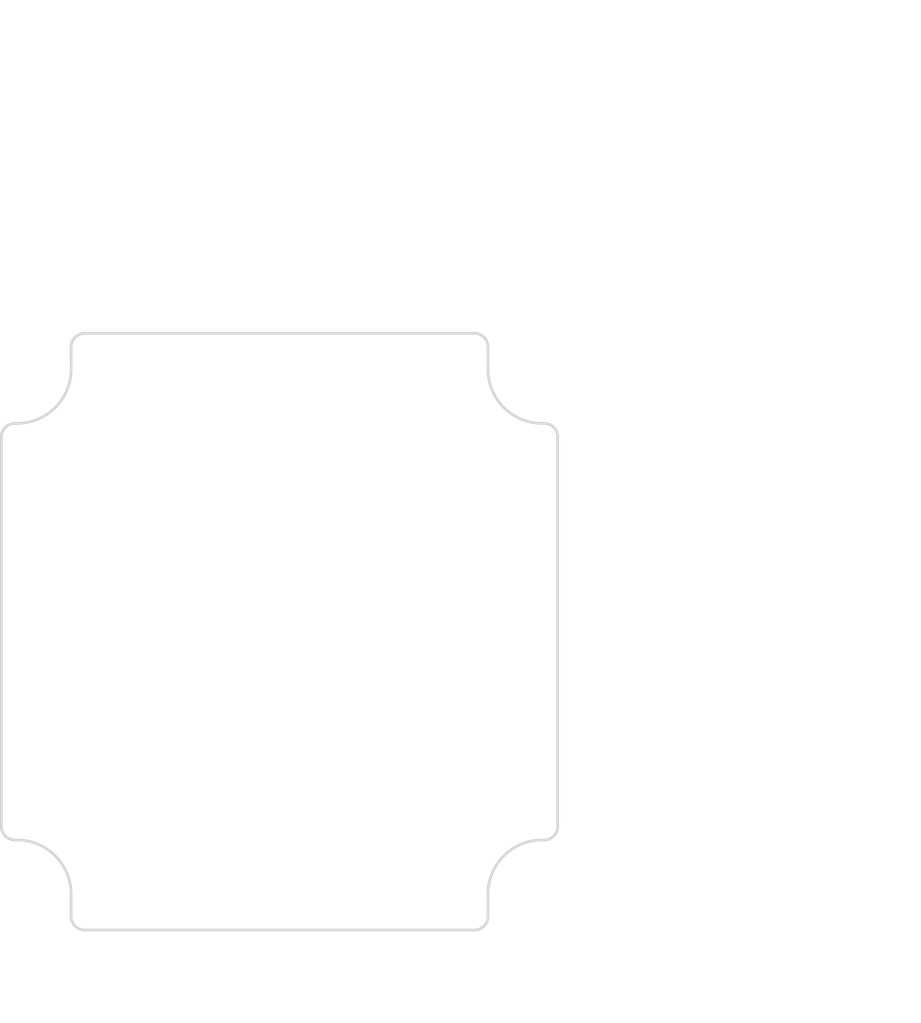
<source format=kicad_pcb>
(kicad_pcb (version 20171130) (host pcbnew "(5.1.0)-1")

  (general
    (thickness 1.6)
    (drawings 52)
    (tracks 0)
    (zones 0)
    (modules 0)
    (nets 1)
  )

  (page A4)
  (layers
    (0 F.Cu signal)
    (31 B.Cu signal)
    (32 B.Adhes user)
    (33 F.Adhes user)
    (34 B.Paste user)
    (35 F.Paste user)
    (36 B.SilkS user)
    (37 F.SilkS user)
    (38 B.Mask user)
    (39 F.Mask user)
    (40 Dwgs.User user)
    (41 Cmts.User user)
    (42 Eco1.User user)
    (43 Eco2.User user)
    (44 Edge.Cuts user)
    (45 Margin user)
    (46 B.CrtYd user)
    (47 F.CrtYd user)
    (48 B.Fab user)
    (49 F.Fab user)
  )

  (setup
    (last_trace_width 0.25)
    (trace_clearance 0.2)
    (zone_clearance 0.508)
    (zone_45_only no)
    (trace_min 0.2)
    (via_size 0.8)
    (via_drill 0.4)
    (via_min_size 0.4)
    (via_min_drill 0.3)
    (uvia_size 0.3)
    (uvia_drill 0.1)
    (uvias_allowed no)
    (uvia_min_size 0.2)
    (uvia_min_drill 0.1)
    (edge_width 0.05)
    (segment_width 0.2)
    (pcb_text_width 0.3)
    (pcb_text_size 1.5 1.5)
    (mod_edge_width 0.12)
    (mod_text_size 1 1)
    (mod_text_width 0.15)
    (pad_size 1.524 1.524)
    (pad_drill 0.762)
    (pad_to_mask_clearance 0.051)
    (solder_mask_min_width 0.25)
    (aux_axis_origin 0 0)
    (visible_elements FFFFFF7F)
    (pcbplotparams
      (layerselection 0x010fc_ffffffff)
      (usegerberextensions false)
      (usegerberattributes false)
      (usegerberadvancedattributes false)
      (creategerberjobfile false)
      (excludeedgelayer true)
      (linewidth 0.152400)
      (plotframeref false)
      (viasonmask false)
      (mode 1)
      (useauxorigin false)
      (hpglpennumber 1)
      (hpglpenspeed 20)
      (hpglpendiameter 15.000000)
      (psnegative false)
      (psa4output false)
      (plotreference true)
      (plotvalue true)
      (plotinvisibletext false)
      (padsonsilk false)
      (subtractmaskfromsilk false)
      (outputformat 1)
      (mirror false)
      (drillshape 1)
      (scaleselection 1)
      (outputdirectory ""))
  )

  (net 0 "")

  (net_class Default "This is the default net class."
    (clearance 0.2)
    (trace_width 0.25)
    (via_dia 0.8)
    (via_drill 0.4)
    (uvia_dia 0.3)
    (uvia_drill 0.1)
  )

  (gr_line (start 128.649058 90.902146) (end 128.649058 119.667225) (layer Edge.Cuts) (width 0.2))
  (gr_arc (start 129.797228 85.90306) (end 129.678684 89.902585) (angle -91.69771471) (layer Edge.Cuts) (width 0.2))
  (gr_line (start 133.798509 84.254341) (end 133.798509 85.90306) (layer Edge.Cuts) (width 0.2))
  (gr_line (start 134.798509 83.254341) (end 163.559197 83.254341) (layer Edge.Cuts) (width 0.2))
  (gr_arc (start 129.649058 90.902146) (end 129.678684 89.902585) (angle -91.69771471) (layer Edge.Cuts) (width 0.2))
  (gr_arc (start 134.798509 84.254341) (end 134.798509 83.254341) (angle -90) (layer Edge.Cuts) (width 0.2))
  (gr_line (start 133.798509 126.315029) (end 133.798509 124.66631) (layer Edge.Cuts) (width 0.2))
  (gr_arc (start 129.797228 124.66631) (end 133.798509 124.66631) (angle -91.69771471) (layer Edge.Cuts) (width 0.2))
  (gr_arc (start 129.649058 119.667225) (end 128.649058 119.667225) (angle -91.69771471) (layer Edge.Cuts) (width 0.2))
  (gr_line (start 163.559197 127.315029) (end 134.798509 127.315029) (layer Edge.Cuts) (width 0.2))
  (gr_arc (start 134.798509 126.315029) (end 133.798509 126.315029) (angle -90) (layer Edge.Cuts) (width 0.2))
  (gr_line (start 164.559197 84.254341) (end 164.559197 85.90306) (layer Edge.Cuts) (width 0.2))
  (gr_arc (start 168.560478 85.90306) (end 164.559197 85.90306) (angle -91.69771471) (layer Edge.Cuts) (width 0.2))
  (gr_line (start 169.708648 119.667225) (end 169.708648 90.902146) (layer Edge.Cuts) (width 0.2))
  (gr_arc (start 168.708648 90.902146) (end 169.708648 90.902146) (angle -91.69771471) (layer Edge.Cuts) (width 0.2))
  (gr_arc (start 163.559197 84.254341) (end 164.559197 84.254341) (angle -90) (layer Edge.Cuts) (width 0.2))
  (gr_line (start 164.559197 126.315029) (end 164.559197 124.66631) (layer Edge.Cuts) (width 0.2))
  (gr_arc (start 168.560478 124.66631) (end 168.679022 120.666786) (angle -91.69771471) (layer Edge.Cuts) (width 0.2))
  (gr_arc (start 168.708648 119.667225) (end 168.679022 120.666786) (angle -91.69771471) (layer Edge.Cuts) (width 0.2))
  (gr_arc (start 163.559197 126.315029) (end 163.559197 127.315029) (angle -90) (layer Edge.Cuts) (width 0.2))
  (gr_text [R0.04] (at 173.020512 132.834428) (layer Dwgs.User)
    (effects (font (size 1.7 1.53) (thickness 0.2125)))
  )
  (gr_text " R1.00" (at 173.020512 129.276993) (layer Dwgs.User)
    (effects (font (size 1.7 1.53) (thickness 0.2125)))
  )
  (gr_line (start 166.549741 130.944967) (end 165.186918 128.835054) (layer Dwgs.User) (width 0.2))
  (gr_line (start 168.549741 130.944967) (end 166.549741 130.944967) (layer Dwgs.User) (width 0.2))
  (gr_text [R0.16] (at 156.176996 119.407513) (layer Dwgs.User)
    (effects (font (size 1.7 1.53) (thickness 0.2125)))
  )
  (gr_text " R4.00" (at 156.176996 115.850078) (layer Dwgs.User)
    (effects (font (size 1.7 1.53) (thickness 0.2125)))
  )
  (gr_line (start 162.647767 117.518052) (end 164.735441 120.041976) (layer Dwgs.User) (width 0.2))
  (gr_line (start 160.647767 117.518052) (end 162.647767 117.518052) (layer Dwgs.User) (width 0.2))
  (gr_text [1.21] (at 178.560478 107.173268) (layer Dwgs.User)
    (effects (font (size 1.7 1.53) (thickness 0.2125)))
  )
  (gr_text " 30.76" (at 178.560478 103.615253) (layer Dwgs.User)
    (effects (font (size 1.7 1.53) (thickness 0.2125)))
  )
  (gr_line (start 178.560478 118.665029) (end 178.560478 108.841822) (layer Dwgs.User) (width 0.2))
  (gr_line (start 178.560478 91.902585) (end 178.560478 101.725792) (layer Dwgs.User) (width 0.2))
  (gr_line (start 169.560478 120.665029) (end 181.735478 120.665029) (layer Dwgs.User) (width 0.2))
  (gr_line (start 169.679022 89.902585) (end 181.735478 89.902585) (layer Dwgs.User) (width 0.2))
  (gr_text [1.21] (at 149.178853 76.143802) (layer Dwgs.User)
    (effects (font (size 1.7 1.53) (thickness 0.2125)))
  )
  (gr_text " 30.76" (at 149.178853 72.585787) (layer Dwgs.User)
    (effects (font (size 1.7 1.53) (thickness 0.2125)))
  )
  (gr_line (start 162.559197 74.254341) (end 153.225784 74.254341) (layer Dwgs.User) (width 0.2))
  (gr_line (start 135.798509 74.254341) (end 145.131922 74.254341) (layer Dwgs.User) (width 0.2))
  (gr_line (start 164.559197 83.254341) (end 164.559197 71.079341) (layer Dwgs.User) (width 0.2))
  (gr_line (start 133.798509 83.254341) (end 133.798509 71.079341) (layer Dwgs.User) (width 0.2))
  (gr_text [1.73] (at 192.514717 107.174146) (layer Dwgs.User)
    (effects (font (size 1.7 1.53) (thickness 0.2125)))
  )
  (gr_text " 44.06" (at 192.514717 103.616711) (layer Dwgs.User)
    (effects (font (size 1.7 1.53) (thickness 0.2125)))
  )
  (gr_line (start 192.514717 125.315029) (end 192.514717 108.84212) (layer Dwgs.User) (width 0.2))
  (gr_line (start 192.514717 85.254341) (end 192.514717 101.72725) (layer Dwgs.User) (width 0.2))
  (gr_line (start 164.559197 127.315029) (end 195.689717 127.315029) (layer Dwgs.User) (width 0.2))
  (gr_line (start 164.559197 83.254341) (end 195.689717 83.254341) (layer Dwgs.User) (width 0.2))
  (gr_text [1.62] (at 149.178853 63.805864) (layer Dwgs.User)
    (effects (font (size 1.7 1.53) (thickness 0.2125)))
  )
  (gr_text " 41.06" (at 149.178853 60.248429) (layer Dwgs.User)
    (effects (font (size 1.7 1.53) (thickness 0.2125)))
  )
  (gr_line (start 167.708648 61.916403) (end 153.225784 61.916403) (layer Dwgs.User) (width 0.2))
  (gr_line (start 130.649058 61.916403) (end 145.131922 61.916403) (layer Dwgs.User) (width 0.2))
  (gr_line (start 169.708648 89.902146) (end 169.708648 58.741403) (layer Dwgs.User) (width 0.2))
  (gr_line (start 128.649058 89.902146) (end 128.649058 58.741403) (layer Dwgs.User) (width 0.2))

)

</source>
